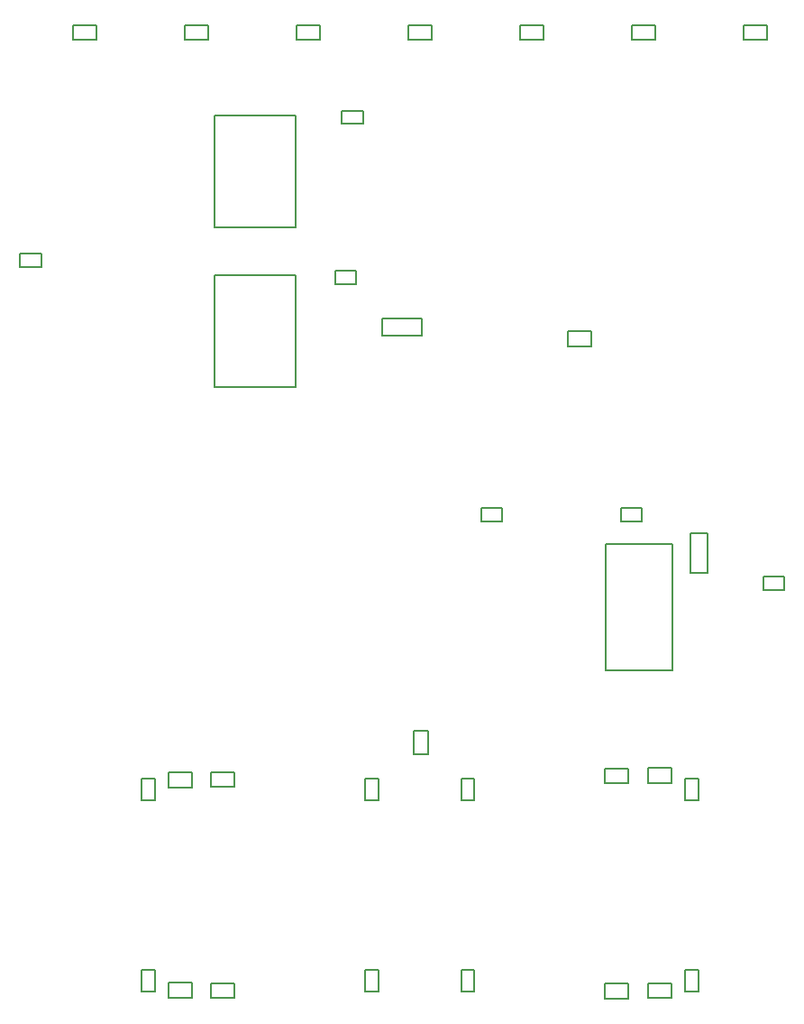
<source format=gbr>
%TF.GenerationSoftware,Altium Limited,Altium Designer,21.6.4 (81)*%
G04 Layer_Color=32896*
%FSLAX43Y43*%
%MOMM*%
%TF.SameCoordinates,6460C9BA-4ACB-47D4-91E6-0B69D92CFE26*%
%TF.FilePolarity,Positive*%
%TF.FileFunction,Other,Top_3D_Body*%
%TF.Part,Single*%
G01*
G75*
%TA.AperFunction,NonConductor*%
%ADD41C,0.200*%
D41*
X46975Y64575D02*
Y66175D01*
Y64575D02*
X50675D01*
Y66175D01*
X46975D02*
X50675D01*
X75925Y42300D02*
X77525D01*
Y46000D01*
X75925D02*
X77525D01*
X75925Y42300D02*
Y46000D01*
X64400Y63550D02*
Y64950D01*
Y63550D02*
X66600D01*
Y64950D01*
X64400D02*
X66600D01*
X67975Y44965D02*
X74225D01*
X67975Y33115D02*
Y44965D01*
Y33115D02*
X74225D01*
Y44965D01*
X45375Y21000D02*
Y23000D01*
X46625D01*
Y21000D02*
Y23000D01*
X45375Y21000D02*
X46625D01*
X25625Y3000D02*
Y5000D01*
X24375Y3000D02*
X25625D01*
X24375D02*
Y5000D01*
X25625D01*
X24375Y21000D02*
Y23000D01*
X25625D01*
Y21000D02*
Y23000D01*
X24375Y21000D02*
X25625D01*
X30900Y22200D02*
X33100D01*
X30900D02*
Y23600D01*
X33100D01*
Y22200D02*
Y23600D01*
X26900Y23575D02*
X29100D01*
Y22175D02*
Y23575D01*
X26900Y22175D02*
X29100D01*
X26900D02*
Y23575D01*
X54375Y21000D02*
Y23000D01*
X55625D01*
Y21000D02*
Y23000D01*
X54375Y21000D02*
X55625D01*
X26900Y3850D02*
X29100D01*
Y2450D02*
Y3850D01*
X26900Y2450D02*
X29100D01*
X26900D02*
Y3850D01*
X30900Y2400D02*
X33100D01*
X30900D02*
Y3800D01*
X33100D01*
Y2400D02*
Y3800D01*
X46625Y3000D02*
Y5000D01*
X45375Y3000D02*
X46625D01*
X45375D02*
Y5000D01*
X46625D01*
X55625Y3000D02*
Y5000D01*
X54375Y3000D02*
X55625D01*
X54375D02*
Y5000D01*
X55625D01*
X75375Y21000D02*
Y23000D01*
X76625D01*
Y21000D02*
Y23000D01*
X75375Y21000D02*
X76625D01*
X71900Y22600D02*
X74100D01*
X71900D02*
Y24000D01*
X74100D01*
Y22600D02*
Y24000D01*
X67900Y23950D02*
X70100D01*
Y22550D02*
Y23950D01*
X67900Y22550D02*
X70100D01*
X67900D02*
Y23950D01*
X76625Y3000D02*
Y5000D01*
X75375Y3000D02*
X76625D01*
X75375D02*
Y5000D01*
X76625D01*
X71900Y2400D02*
X74100D01*
X71900D02*
Y3800D01*
X74100D01*
Y2400D02*
Y3800D01*
X67900Y3750D02*
X70100D01*
Y2350D02*
Y3750D01*
X67900Y2350D02*
X70100D01*
X67900D02*
Y3750D01*
X58224Y47100D02*
Y48350D01*
X56224D02*
X58224D01*
X56224Y47100D02*
Y48350D01*
Y47100D02*
X58224D01*
X69350D02*
Y48350D01*
Y47100D02*
X71350D01*
Y48350D01*
X69350D02*
X71350D01*
X49900Y25300D02*
Y27500D01*
X51300D01*
Y25300D02*
Y27500D01*
X49900Y25300D02*
X51300D01*
X82724Y40700D02*
X84724D01*
X82724D02*
Y41950D01*
X84724D01*
Y40700D02*
Y41950D01*
X12950Y72225D02*
X14950D01*
Y70975D02*
Y72225D01*
X12950Y70975D02*
X14950D01*
X12950D02*
Y72225D01*
X43150Y84425D02*
X45150D01*
X43150D02*
Y85675D01*
X45150D01*
Y84425D02*
Y85675D01*
X42525Y69400D02*
X44525D01*
X42525D02*
Y70650D01*
X44525D01*
Y69400D02*
Y70650D01*
X31200Y85250D02*
X38800D01*
Y74750D02*
Y85250D01*
X31200Y74750D02*
X38800D01*
X31200D02*
Y85250D01*
X38900Y93700D02*
X41100D01*
Y92300D02*
Y93700D01*
X38900Y92300D02*
X41100D01*
X38900D02*
Y93700D01*
X80900D02*
X83100D01*
Y92300D02*
Y93700D01*
X80900Y92300D02*
X83100D01*
X80900D02*
Y93700D01*
X70400D02*
X72600D01*
Y92300D02*
Y93700D01*
X70400Y92300D02*
X72600D01*
X70400D02*
Y93700D01*
X59900D02*
X62100D01*
Y92300D02*
Y93700D01*
X59900Y92300D02*
X62100D01*
X59900D02*
Y93700D01*
X17900D02*
X20100D01*
Y92300D02*
Y93700D01*
X17900Y92300D02*
X20100D01*
X17900D02*
Y93700D01*
X28400D02*
X30600D01*
Y92300D02*
Y93700D01*
X28400Y92300D02*
X30600D01*
X28400D02*
Y93700D01*
X49400D02*
X51600D01*
Y92300D02*
Y93700D01*
X49400Y92300D02*
X51600D01*
X49400D02*
Y93700D01*
X31200Y70250D02*
X38800D01*
Y59750D02*
Y70250D01*
X31200Y59750D02*
X38800D01*
X31200D02*
Y70250D01*
%TF.MD5,eb0692a1a77f955c88c582d7b0a89acb*%
M02*

</source>
